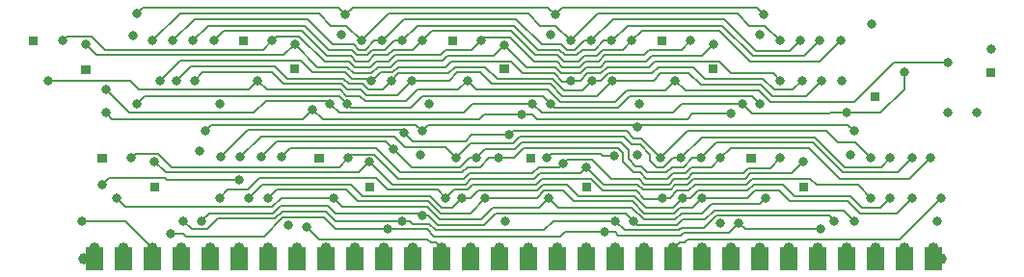
<source format=gbr>
%FSLAX34Y34*%
%MOMM*%
%LNCOPPER_BOTTOM*%
G71*
G01*
%ADD10C,1.000*%
%ADD11R,1.600X2.000*%
%ADD12C,0.800*%
%ADD13C,0.200*%
%LPD*%
X107553Y768350D02*
G54D10*
D03*
X82153Y768350D02*
G54D10*
D03*
X132953Y768350D02*
G54D10*
D03*
X158353Y768350D02*
G54D10*
D03*
X183753Y768350D02*
G54D10*
D03*
X209153Y768350D02*
G54D10*
D03*
X234553Y768350D02*
G54D10*
D03*
X259953Y768350D02*
G54D10*
D03*
X310753Y768350D02*
G54D10*
D03*
X285353Y768350D02*
G54D10*
D03*
X336153Y768350D02*
G54D10*
D03*
X361553Y768350D02*
G54D10*
D03*
X386953Y768350D02*
G54D10*
D03*
X412353Y768350D02*
G54D10*
D03*
X437753Y768350D02*
G54D10*
D03*
X463153Y768350D02*
G54D10*
D03*
X488553Y768350D02*
G54D10*
D03*
X513953Y768350D02*
G54D10*
D03*
X539353Y768350D02*
G54D10*
D03*
X564753Y768350D02*
G54D10*
D03*
X590153Y768350D02*
G54D10*
D03*
X615553Y768350D02*
G54D10*
D03*
X640953Y768350D02*
G54D10*
D03*
X691753Y768350D02*
G54D10*
D03*
X666353Y768350D02*
G54D10*
D03*
X717153Y768350D02*
G54D10*
D03*
X742553Y768350D02*
G54D10*
D03*
X767953Y768350D02*
G54D10*
D03*
X793353Y768350D02*
G54D10*
D03*
X818753Y768350D02*
G54D10*
D03*
X72628Y758825D02*
G54D10*
D03*
X825103Y758825D02*
G54D10*
D03*
X107553Y758825D02*
G54D11*
D03*
X107553Y768350D02*
G54D10*
D03*
X82153Y758825D02*
G54D11*
D03*
X82153Y768350D02*
G54D10*
D03*
X132953Y758825D02*
G54D11*
D03*
X132953Y768350D02*
G54D10*
D03*
X158353Y758825D02*
G54D11*
D03*
X158353Y768350D02*
G54D10*
D03*
X183753Y758825D02*
G54D11*
D03*
X183753Y768350D02*
G54D10*
D03*
X209153Y758825D02*
G54D11*
D03*
X209153Y768350D02*
G54D10*
D03*
X234553Y758825D02*
G54D11*
D03*
X234553Y768350D02*
G54D10*
D03*
X259953Y758825D02*
G54D11*
D03*
X259953Y768350D02*
G54D10*
D03*
X310753Y758825D02*
G54D11*
D03*
X310753Y768350D02*
G54D10*
D03*
X285353Y758825D02*
G54D11*
D03*
X285353Y768350D02*
G54D10*
D03*
X336153Y758825D02*
G54D11*
D03*
X336153Y768350D02*
G54D10*
D03*
X361553Y758825D02*
G54D11*
D03*
X361553Y768350D02*
G54D10*
D03*
X386953Y758825D02*
G54D11*
D03*
X386953Y768350D02*
G54D10*
D03*
X412353Y758825D02*
G54D11*
D03*
X412353Y768350D02*
G54D10*
D03*
X437753Y758825D02*
G54D11*
D03*
X437753Y768350D02*
G54D10*
D03*
X463153Y758825D02*
G54D11*
D03*
X463153Y768350D02*
G54D10*
D03*
X488553Y758825D02*
G54D11*
D03*
X488553Y768350D02*
G54D10*
D03*
X513953Y758825D02*
G54D11*
D03*
X513953Y768350D02*
G54D10*
D03*
X539353Y758825D02*
G54D11*
D03*
X539353Y768350D02*
G54D10*
D03*
X564753Y758825D02*
G54D11*
D03*
X564753Y768350D02*
G54D10*
D03*
X590153Y758825D02*
G54D11*
D03*
X590153Y768350D02*
G54D10*
D03*
X615553Y758825D02*
G54D11*
D03*
X615553Y768350D02*
G54D10*
D03*
X640953Y758825D02*
G54D11*
D03*
X640953Y768350D02*
G54D10*
D03*
X691753Y758825D02*
G54D11*
D03*
X691753Y768350D02*
G54D10*
D03*
X666353Y758825D02*
G54D11*
D03*
X666353Y768350D02*
G54D10*
D03*
X717153Y758825D02*
G54D11*
D03*
X717153Y768350D02*
G54D10*
D03*
X742553Y758825D02*
G54D11*
D03*
X742553Y768350D02*
G54D10*
D03*
X767953Y758825D02*
G54D11*
D03*
X767953Y768350D02*
G54D10*
D03*
X793353Y758825D02*
G54D11*
D03*
X793353Y768350D02*
G54D10*
D03*
X818753Y758825D02*
G54D11*
D03*
X818753Y768350D02*
G54D10*
D03*
X72628Y758825D02*
G54D10*
D03*
X825103Y758825D02*
G54D10*
D03*
X53975Y950912D02*
G54D12*
D03*
G36*
X24575Y954912D02*
X32575Y954912D01*
X32575Y946912D01*
X24575Y946912D01*
X24575Y954912D01*
G37*
X41275Y915988D02*
G54D12*
D03*
X74612Y947738D02*
G54D12*
D03*
G36*
X70612Y929512D02*
X78612Y929512D01*
X78612Y921512D01*
X70612Y921512D01*
X70612Y929512D01*
G37*
X92075Y908050D02*
G54D12*
D03*
X92075Y887412D02*
G54D12*
D03*
X119062Y974725D02*
G54D12*
D03*
X115887Y955675D02*
G54D12*
D03*
X133350Y950912D02*
G54D12*
D03*
X150812Y950912D02*
G54D12*
D03*
X168275Y950912D02*
G54D12*
D03*
X187325Y950912D02*
G54D12*
D03*
X169862Y915988D02*
G54D12*
D03*
X153988Y915988D02*
G54D12*
D03*
X139700Y915988D02*
G54D12*
D03*
X119062Y895350D02*
G54D12*
D03*
X179388Y871538D02*
G54D12*
D03*
X174625Y854075D02*
G54D12*
D03*
X134938Y844550D02*
G54D12*
D03*
X114300Y847725D02*
G54D12*
D03*
G36*
X84900Y851725D02*
X92900Y851725D01*
X92900Y843725D01*
X84900Y843725D01*
X84900Y851725D01*
G37*
X88900Y823912D02*
G54D12*
D03*
X101600Y812800D02*
G54D12*
D03*
G36*
X130937Y826325D02*
X138937Y826325D01*
X138937Y818325D01*
X130937Y818325D01*
X130937Y826325D01*
G37*
X149225Y781050D02*
G54D12*
D03*
X160338Y792162D02*
G54D12*
D03*
X176212Y792162D02*
G54D12*
D03*
X192088Y812800D02*
G54D12*
D03*
X217488Y812800D02*
G54D12*
D03*
X234950Y812800D02*
G54D12*
D03*
X209153Y828675D02*
G54D12*
D03*
X192881Y848519D02*
G54D12*
D03*
X210344Y848519D02*
G54D12*
D03*
X228600Y848519D02*
G54D12*
D03*
X246062Y848519D02*
G54D12*
D03*
X225425Y915988D02*
G54D12*
D03*
X273844Y890588D02*
G54D12*
D03*
X288925Y895350D02*
G54D12*
D03*
X304006Y895350D02*
G54D12*
D03*
G36*
X208725Y954912D02*
X216725Y954912D01*
X216725Y946912D01*
X208725Y946912D01*
X208725Y954912D01*
G37*
X238125Y950912D02*
G54D12*
D03*
X257969Y947738D02*
G54D12*
D03*
G36*
X253969Y930306D02*
X261969Y930306D01*
X261969Y922306D01*
X253969Y922306D01*
X253969Y930306D01*
G37*
X302419Y973931D02*
G54D12*
D03*
X299244Y956469D02*
G54D12*
D03*
X316706Y950912D02*
G54D12*
D03*
X334169Y950912D02*
G54D12*
D03*
X352425Y950912D02*
G54D12*
D03*
X369888Y950912D02*
G54D12*
D03*
G36*
X392875Y954912D02*
X400875Y954912D01*
X400875Y946912D01*
X392875Y946912D01*
X392875Y954912D01*
G37*
X421481Y950912D02*
G54D12*
D03*
X442119Y946944D02*
G54D12*
D03*
G36*
X438119Y930306D02*
X446119Y930306D01*
X446119Y922306D01*
X438119Y922306D01*
X438119Y930306D01*
G37*
X500062Y950912D02*
G54D12*
D03*
X518319Y950912D02*
G54D12*
D03*
X535781Y950912D02*
G54D12*
D03*
X554038Y950912D02*
G54D12*
D03*
X486569Y973931D02*
G54D12*
D03*
X482600Y956469D02*
G54D12*
D03*
G36*
X576231Y954912D02*
X584231Y954912D01*
X584231Y946912D01*
X576231Y946912D01*
X576231Y954912D01*
G37*
X605631Y950912D02*
G54D12*
D03*
X625475Y947738D02*
G54D12*
D03*
G36*
X621475Y930306D02*
X629475Y930306D01*
X629475Y922306D01*
X621475Y922306D01*
X621475Y930306D01*
G37*
X684212Y950912D02*
G54D12*
D03*
X701675Y950912D02*
G54D12*
D03*
X719138Y950912D02*
G54D12*
D03*
X737394Y950912D02*
G54D12*
D03*
X669925Y973931D02*
G54D12*
D03*
X665956Y956469D02*
G54D12*
D03*
X764381Y965994D02*
G54D12*
D03*
G36*
X763556Y905700D02*
X771556Y905700D01*
X771556Y897700D01*
X763556Y897700D01*
X763556Y905700D01*
G37*
X831056Y931862D02*
G54D12*
D03*
X831850Y888206D02*
G54D12*
D03*
X856456Y888206D02*
G54D12*
D03*
X869156Y943769D02*
G54D12*
D03*
G36*
X865156Y927131D02*
X873156Y927131D01*
X873156Y919131D01*
X865156Y919131D01*
X865156Y927131D01*
G37*
X792956Y923131D02*
G54D12*
D03*
X738187Y915987D02*
G54D12*
D03*
X720725Y915988D02*
G54D12*
D03*
X703262Y915988D02*
G54D12*
D03*
X684212Y915988D02*
G54D12*
D03*
X592138Y915988D02*
G54D12*
D03*
X536575Y915988D02*
G54D12*
D03*
X519112Y915988D02*
G54D12*
D03*
X500062Y915988D02*
G54D12*
D03*
X409575Y915988D02*
G54D12*
D03*
X360362Y915988D02*
G54D12*
D03*
X342900Y915988D02*
G54D12*
D03*
X325438Y915988D02*
G54D12*
D03*
X666750Y895350D02*
G54D12*
D03*
X650875Y895350D02*
G54D12*
D03*
X482600Y895350D02*
G54D12*
D03*
X466725Y895350D02*
G54D12*
D03*
X457200Y885825D02*
G54D12*
D03*
X640556Y886619D02*
G54D12*
D03*
X742950Y887412D02*
G54D12*
D03*
X558800Y874712D02*
G54D12*
D03*
X579438Y847725D02*
G54D12*
D03*
X596900Y847725D02*
G54D12*
D03*
X614362Y847725D02*
G54D12*
D03*
X479425Y847725D02*
G54D12*
D03*
G36*
X461137Y851725D02*
X469137Y851725D01*
X469137Y843725D01*
X461137Y843725D01*
X461137Y851725D01*
G37*
X493712Y842962D02*
G54D12*
D03*
X538162Y849312D02*
G54D12*
D03*
X558800Y850900D02*
G54D12*
D03*
X514350Y839788D02*
G54D12*
D03*
G36*
X510350Y826325D02*
X518350Y826325D01*
X518350Y818325D01*
X510350Y818325D01*
X510350Y826325D01*
G37*
X631825Y847725D02*
G54D12*
D03*
G36*
X654812Y851725D02*
X662812Y851725D01*
X662812Y843725D01*
X654812Y843725D01*
X654812Y851725D01*
G37*
X684212Y847725D02*
G54D12*
D03*
X763588Y847725D02*
G54D12*
D03*
X781050Y847725D02*
G54D12*
D03*
X800100Y847725D02*
G54D12*
D03*
X815975Y847725D02*
G54D12*
D03*
X800100Y812800D02*
G54D12*
D03*
X781050Y812800D02*
G54D12*
D03*
X763588Y812800D02*
G54D12*
D03*
X749300Y871538D02*
G54D12*
D03*
X746125Y850900D02*
G54D12*
D03*
X704850Y844550D02*
G54D12*
D03*
G36*
X700850Y826325D02*
X708850Y826325D01*
X708850Y818325D01*
X700850Y818325D01*
X700850Y826325D01*
G37*
X825500Y812800D02*
G54D12*
D03*
X822325Y792162D02*
G54D12*
D03*
X749300Y792162D02*
G54D12*
D03*
X731838Y792162D02*
G54D12*
D03*
X719931Y785019D02*
G54D12*
D03*
X671512Y812800D02*
G54D12*
D03*
X647700Y790575D02*
G54D12*
D03*
X631825Y790575D02*
G54D12*
D03*
X615950Y812800D02*
G54D12*
D03*
X598488Y812800D02*
G54D12*
D03*
X581025Y812800D02*
G54D12*
D03*
X481012Y812800D02*
G54D12*
D03*
X555625Y792162D02*
G54D12*
D03*
X539750Y792162D02*
G54D12*
D03*
X530225Y782638D02*
G54D12*
D03*
X446088Y868362D02*
G54D12*
D03*
X442912Y792162D02*
G54D12*
D03*
X425450Y812800D02*
G54D12*
D03*
X404812Y812800D02*
G54D12*
D03*
X390525Y812800D02*
G54D12*
D03*
X292100Y812800D02*
G54D12*
D03*
G36*
X275400Y851725D02*
X283400Y851725D01*
X283400Y843725D01*
X275400Y843725D01*
X275400Y851725D01*
G37*
X304800Y847725D02*
G54D12*
D03*
X323850Y844550D02*
G54D12*
D03*
G36*
X319850Y826325D02*
X327850Y826325D01*
X327850Y818325D01*
X319850Y818325D01*
X319850Y826325D01*
G37*
X344488Y855662D02*
G54D12*
D03*
X354012Y869950D02*
G54D12*
D03*
X369888Y871538D02*
G54D12*
D03*
X368300Y850900D02*
G54D12*
D03*
X339725Y785019D02*
G54D12*
D03*
X352425Y792162D02*
G54D12*
D03*
X369888Y796925D02*
G54D12*
D03*
X400050Y847725D02*
G54D12*
D03*
X417512Y847725D02*
G54D12*
D03*
X436562Y847725D02*
G54D12*
D03*
X376237Y895350D02*
G54D12*
D03*
X192087Y895350D02*
G54D12*
D03*
X252412Y788988D02*
G54D12*
D03*
X268288Y787400D02*
G54D12*
D03*
X560387Y895350D02*
G54D12*
D03*
X71438Y792162D02*
G54D12*
D03*
G54D13*
X825500Y812800D02*
X788988Y776288D01*
X602456Y776288D01*
X600075Y773906D01*
X595709Y773906D01*
X590153Y768350D01*
G54D13*
X268288Y787400D02*
X279400Y776288D01*
X374650Y776288D01*
X377825Y773112D01*
X382191Y773112D01*
X386953Y768350D01*
G54D13*
X71438Y792162D02*
X109141Y792162D01*
X132953Y768350D01*
G54D13*
X149225Y781050D02*
X160338Y781050D01*
X162719Y778669D01*
X230981Y778669D01*
X247650Y795338D01*
X283369Y795338D01*
X293688Y785019D01*
X339725Y785019D01*
X373856Y785019D01*
X380206Y778669D01*
X491331Y778669D01*
X495300Y782638D01*
X530225Y782638D01*
X538956Y782638D01*
X542131Y779462D01*
X596900Y779462D01*
X599281Y781844D01*
X638969Y781844D01*
X647700Y790575D01*
X653256Y785019D01*
X719931Y785019D01*
G54D13*
X160338Y792162D02*
X167481Y785019D01*
X180975Y785019D01*
X190500Y794544D01*
X240506Y794544D01*
X246856Y800894D01*
X284956Y800894D01*
X293688Y792162D01*
X352425Y792162D01*
X358775Y792162D01*
X361156Y789781D01*
X376238Y789781D01*
X381794Y784225D01*
X477044Y784225D01*
X484981Y792162D01*
X539750Y792162D01*
X547688Y784225D01*
X595312Y784225D01*
X597694Y786606D01*
X617538Y786606D01*
X627856Y796925D01*
X727075Y796925D01*
X731838Y792162D01*
G54D13*
X176212Y792162D02*
X176212Y792956D01*
X182562Y799306D01*
X238919Y799306D01*
X245269Y805656D01*
X287338Y805656D01*
X293688Y799306D01*
X367506Y799306D01*
X369888Y796925D01*
X375444Y796925D01*
X383381Y788988D01*
X423862Y788988D01*
X434181Y799306D01*
X548481Y799306D01*
X555625Y792162D01*
X558800Y788988D01*
X593725Y788988D01*
X598488Y793750D01*
X618331Y793750D01*
X626269Y801688D01*
X739775Y801688D01*
X749300Y792162D01*
G54D13*
X101600Y812800D02*
X109538Y804862D01*
X238125Y804862D01*
X246062Y812800D01*
X292100Y812800D01*
X300038Y804862D01*
X373856Y804862D01*
X384969Y793750D01*
X421481Y793750D01*
X431800Y804069D01*
X472281Y804069D01*
X481012Y812800D01*
X489744Y804069D01*
X554038Y804069D01*
X564356Y793750D01*
X592138Y793750D01*
X597694Y799306D01*
X615950Y799306D01*
X623888Y807244D01*
X665956Y807244D01*
X671512Y812800D01*
G54D13*
X234950Y812800D02*
X242094Y819944D01*
X303212Y819944D01*
X313531Y809625D01*
X375444Y809625D01*
X385762Y799306D01*
X411956Y799306D01*
X425450Y812800D01*
X470694Y812800D01*
X477044Y819150D01*
X493712Y819150D01*
X503238Y809625D01*
X554831Y809625D01*
X565150Y799306D01*
X591344Y799306D01*
X596106Y804069D01*
X607219Y804069D01*
X615950Y812800D01*
X655638Y812800D01*
X661988Y819150D01*
X683419Y819150D01*
X692944Y809625D01*
X743744Y809625D01*
X754062Y799306D01*
X786606Y799306D01*
X800100Y812800D01*
G54D13*
X217488Y812800D02*
X229394Y824706D01*
X307181Y824706D01*
X317500Y814388D01*
X377031Y814388D01*
X387350Y804069D01*
X396081Y804069D01*
X404812Y812800D01*
X412750Y812800D01*
X419100Y819150D01*
X470694Y819150D01*
X476250Y824706D01*
X496888Y824706D01*
X507206Y814388D01*
X556419Y814388D01*
X566738Y804069D01*
X589756Y804069D01*
X598488Y812800D01*
X605631Y812800D01*
X611981Y819150D01*
X655638Y819150D01*
X661194Y824706D01*
X686594Y824706D01*
X696912Y814388D01*
X746125Y814388D01*
X756444Y804069D01*
X772319Y804069D01*
X781050Y812800D01*
G54D13*
X192088Y812800D02*
X199231Y819944D01*
X216694Y819944D01*
X227012Y830262D01*
X329406Y830262D01*
X339725Y819944D01*
X383381Y819944D01*
X390525Y812800D01*
G54D13*
X390525Y812800D02*
X397669Y819944D01*
X409575Y819944D01*
X414338Y824706D01*
X469900Y824706D01*
X474662Y829469D01*
X518319Y829469D01*
X528638Y819150D01*
X558006Y819150D01*
X565150Y812006D01*
X580231Y812006D01*
X581025Y812800D01*
G54D13*
X581025Y812800D02*
X587375Y812800D01*
X593725Y819150D01*
X604044Y819150D01*
X609600Y824706D01*
X654844Y824706D01*
X659606Y829469D01*
X710406Y829469D01*
X715962Y823912D01*
X752475Y823912D01*
X763588Y812800D01*
G54D13*
X209153Y828675D02*
X145256Y828675D01*
X143669Y830262D01*
X95250Y830262D01*
X88900Y823912D01*
G54D13*
X134938Y844550D02*
X144462Y835025D01*
X314325Y835025D01*
X323850Y844550D01*
X343694Y824706D01*
X407988Y824706D01*
X412750Y829469D01*
X468312Y829469D01*
X473075Y834231D01*
X508794Y834231D01*
X514350Y839788D01*
X529431Y824706D01*
X558800Y824706D01*
X563562Y819944D01*
X588169Y819944D01*
X592138Y823912D01*
X602456Y823912D01*
X608012Y829469D01*
X653256Y829469D01*
X658019Y834231D01*
X694531Y834231D01*
X704850Y844550D01*
G54D13*
X114300Y847725D02*
X118269Y851694D01*
X138112Y851694D01*
X150019Y839788D01*
X296862Y839788D01*
X304800Y847725D01*
X307975Y850900D01*
X327819Y850900D01*
X349250Y829469D01*
X406400Y829469D01*
X411162Y834231D01*
X466725Y834231D01*
X472281Y839788D01*
X490538Y839788D01*
X493712Y842962D01*
X496888Y846138D01*
X519112Y846138D01*
X535781Y829469D01*
X560388Y829469D01*
X565150Y824706D01*
X586581Y824706D01*
X591344Y829469D01*
X602456Y829469D01*
X607219Y834231D01*
X651669Y834231D01*
X656431Y838994D01*
X675481Y838994D01*
X684212Y847725D01*
G54D13*
X246062Y848519D02*
X254000Y856456D01*
X329406Y856456D01*
X350838Y835025D01*
X404812Y835025D01*
X409575Y839788D01*
X420688Y839788D01*
X428625Y847725D01*
X436562Y847725D01*
X450056Y847725D01*
X458788Y856456D01*
X542131Y856456D01*
X546100Y852488D01*
X546100Y844550D01*
X555625Y835025D01*
X561181Y835025D01*
X566738Y829469D01*
X584994Y829469D01*
X589756Y834231D01*
X600869Y834231D01*
X606425Y839788D01*
X623888Y839788D01*
X631825Y847725D01*
X640556Y856456D01*
X709612Y856456D01*
X736600Y829469D01*
X797719Y829469D01*
X815975Y847725D01*
G54D13*
X538162Y849312D02*
X528638Y849312D01*
X526256Y851694D01*
X483394Y851694D01*
X479425Y847725D01*
G54D13*
X228600Y848519D02*
X242094Y862012D01*
X338138Y862012D01*
X344488Y855662D01*
X360362Y839788D01*
X403225Y839788D01*
X411162Y847725D01*
X417512Y847725D01*
X425450Y855662D01*
X451644Y855662D01*
X457200Y861219D01*
X544512Y861219D01*
X550862Y854869D01*
X550862Y846931D01*
X557212Y840581D01*
X561975Y840581D01*
X567531Y835025D01*
X584200Y835025D01*
X588962Y839788D01*
X599281Y839788D01*
X607219Y847725D01*
X614362Y847725D01*
X627856Y861219D01*
X712788Y861219D01*
X738981Y835025D01*
X787400Y835025D01*
X800100Y847725D01*
G54D13*
X210344Y848519D02*
X228600Y866775D01*
X345281Y866775D01*
X354806Y857250D01*
X390525Y857250D01*
X400050Y847725D01*
X412750Y860425D01*
X449262Y860425D01*
X455612Y866775D01*
X546894Y866775D01*
X554038Y859631D01*
X561181Y859631D01*
X569912Y850900D01*
X569912Y845344D01*
X575469Y839788D01*
X581819Y839788D01*
X589756Y847725D01*
X596900Y847725D01*
X615156Y865981D01*
X714375Y865981D01*
X740569Y839788D01*
X773112Y839788D01*
X781050Y847725D01*
G54D13*
X192881Y848519D02*
X216694Y872331D01*
X351631Y872331D01*
X354012Y869950D01*
X361156Y862806D01*
X407988Y862806D01*
X413544Y868362D01*
X446088Y868362D01*
X449262Y871538D01*
X549275Y871538D01*
X555625Y865188D01*
X561975Y865188D01*
X579438Y847725D01*
X603250Y871538D01*
X724694Y871538D01*
X735012Y861219D01*
X750094Y861219D01*
X763588Y847725D01*
G54D13*
X179388Y871538D02*
X184944Y877094D01*
X364331Y877094D01*
X369888Y871538D01*
X375444Y877094D01*
X556419Y877094D01*
X558800Y874712D01*
X559594Y874712D01*
X561975Y877094D01*
X743744Y877094D01*
X749300Y871538D01*
G54D13*
X92075Y887412D02*
X97631Y881856D01*
X265112Y881856D01*
X273844Y890588D01*
X282575Y881856D01*
X419894Y881856D01*
X423862Y885825D01*
X457200Y885825D01*
X466725Y885825D01*
X470694Y881856D01*
X602456Y881856D01*
X607219Y886619D01*
X640556Y886619D01*
G54D13*
X92075Y908050D02*
X112712Y887412D01*
X222250Y887412D01*
X232569Y897731D01*
X286544Y897731D01*
X288925Y895350D01*
X296862Y887412D01*
X406400Y887412D01*
X414338Y895350D01*
X466725Y895350D01*
X474662Y887412D01*
X589756Y887412D01*
X597694Y895350D01*
X650875Y895350D01*
X659606Y886619D01*
X727075Y886619D01*
X727869Y887412D01*
X742950Y887412D01*
X772319Y887412D01*
X792956Y908050D01*
X792956Y923131D01*
G54D13*
X119062Y895350D02*
X126206Y902494D01*
X296862Y902494D01*
X304006Y895350D01*
X307181Y892175D01*
X359569Y892175D01*
X369888Y902494D01*
X475456Y902494D01*
X482600Y895350D01*
X485775Y892175D01*
X542131Y892175D01*
X552450Y902494D01*
X659606Y902494D01*
X666750Y895350D01*
G54D13*
X41275Y915988D02*
X113506Y915988D01*
X121444Y908050D01*
X217488Y908050D01*
X225425Y915988D01*
X233362Y908050D01*
X297656Y908050D01*
X303212Y902494D01*
X315119Y902494D01*
X319881Y897731D01*
X355600Y897731D01*
X365919Y908050D01*
X401638Y908050D01*
X409575Y915988D01*
X417512Y908050D01*
X480219Y908050D01*
X491331Y896938D01*
X538956Y896938D01*
X549275Y907256D01*
X583406Y907256D01*
X592138Y915988D01*
X600869Y907256D01*
X665162Y907256D01*
X675481Y896938D01*
X749300Y896938D01*
X784225Y931862D01*
X831056Y931862D01*
G54D13*
X169862Y915988D02*
X177006Y923131D01*
X238125Y923131D01*
X248444Y912812D01*
X299244Y912812D01*
X304006Y908050D01*
X315912Y908050D01*
X320675Y903288D01*
X347662Y903288D01*
X360362Y915988D01*
X393700Y915988D01*
X400844Y923131D01*
X420688Y923131D01*
X431006Y912812D01*
X482600Y912812D01*
X492919Y902494D01*
X523081Y902494D01*
X536575Y915988D01*
X573088Y915988D01*
X579438Y922338D01*
X604044Y922338D01*
X614362Y912019D01*
X667544Y912019D01*
X677069Y902494D01*
X707231Y902494D01*
X720725Y915988D01*
G54D13*
X153988Y915988D02*
X166688Y928688D01*
X240506Y928688D01*
X251619Y917575D01*
X300831Y917575D01*
X305594Y912812D01*
X317500Y912812D01*
X322262Y908050D01*
X334962Y908050D01*
X342900Y915988D01*
X349250Y922338D01*
X392906Y922338D01*
X398462Y927894D01*
X425450Y927894D01*
X435769Y917575D01*
X484188Y917575D01*
X494506Y907256D01*
X510381Y907256D01*
X519112Y915988D01*
X527050Y915988D01*
X533400Y922338D01*
X571500Y922338D01*
X577056Y927894D01*
X608012Y927894D01*
X618331Y917575D01*
X669131Y917575D01*
X678656Y908050D01*
X695325Y908050D01*
X703262Y915988D01*
G54D13*
X139700Y915988D02*
X157162Y933450D01*
X263525Y933450D01*
X273844Y923131D01*
X302419Y923131D01*
X307975Y917575D01*
X323850Y917575D01*
X325438Y915988D01*
X326231Y915988D01*
X333375Y923131D01*
X343694Y923131D01*
X348456Y927894D01*
X390525Y927894D01*
X395288Y932656D01*
X447675Y932656D01*
X457994Y922338D01*
X485775Y922338D01*
X492919Y915194D01*
X499269Y915194D01*
X500062Y915988D01*
X508794Y915988D01*
X515144Y922338D01*
X527050Y922338D01*
X532606Y927894D01*
X569119Y927894D01*
X573881Y932656D01*
X631031Y932656D01*
X641350Y922338D01*
X677862Y922338D01*
X684212Y915988D01*
G54D13*
X74612Y947738D02*
X84138Y938212D01*
X248444Y938212D01*
X257969Y947738D01*
X277812Y927894D01*
X304006Y927894D01*
X309562Y922338D01*
X325438Y922338D01*
X330994Y927894D01*
X342106Y927894D01*
X347662Y933450D01*
X388144Y933450D01*
X392112Y937419D01*
X432594Y937419D01*
X442119Y946944D01*
X461169Y927894D01*
X486569Y927894D01*
X492125Y922338D01*
X508794Y922338D01*
X514350Y927894D01*
X526256Y927894D01*
X531019Y932656D01*
X566738Y932656D01*
X571500Y937419D01*
X615156Y937419D01*
X625475Y947738D01*
G54D13*
X53975Y950912D02*
X57944Y954881D01*
X79375Y954881D01*
X91281Y942975D01*
X230188Y942975D01*
X238125Y950912D01*
X242094Y954881D01*
X261938Y954881D01*
X284162Y932656D01*
X305594Y932656D01*
X310356Y927894D01*
X324644Y927894D01*
X329406Y932656D01*
X340519Y932656D01*
X346075Y938212D01*
X385762Y938212D01*
X390525Y942975D01*
X413544Y942975D01*
X421481Y950912D01*
X424656Y954088D01*
X446881Y954088D01*
X468312Y932656D01*
X488156Y932656D01*
X492919Y927894D01*
X508000Y927894D01*
X512762Y932656D01*
X524669Y932656D01*
X530225Y938212D01*
X564356Y938212D01*
X569119Y942975D01*
X597694Y942975D01*
X605631Y950912D01*
G54D13*
X187325Y950912D02*
X187325Y951706D01*
X195262Y959644D01*
X264319Y959644D01*
X286544Y937419D01*
X307181Y937419D01*
X311944Y932656D01*
X322262Y932656D01*
X327819Y938212D01*
X339725Y938212D01*
X344488Y942975D01*
X361950Y942975D01*
X369888Y950912D01*
X378619Y959644D01*
X447675Y959644D01*
X469106Y938212D01*
X488950Y938212D01*
X494506Y932656D01*
X507206Y932656D01*
X511969Y937419D01*
X523081Y937419D01*
X528638Y942975D01*
X546100Y942975D01*
X554038Y950912D01*
X562769Y959644D01*
X631031Y959644D01*
X658019Y932656D01*
X719138Y932656D01*
X737394Y950912D01*
G54D13*
X168275Y950912D02*
X181769Y964406D01*
X266700Y964406D01*
X288131Y942975D01*
X307975Y942975D01*
X312738Y938212D01*
X321469Y938212D01*
X326231Y942975D01*
X337344Y942975D01*
X345281Y950912D01*
X352425Y950912D01*
X365919Y964406D01*
X450056Y964406D01*
X471488Y942975D01*
X490538Y942975D01*
X495300Y938212D01*
X505619Y938212D01*
X510381Y942975D01*
X521494Y942975D01*
X529431Y950912D01*
X535781Y950912D01*
X536575Y950912D01*
X550069Y964406D01*
X633412Y964406D01*
X660400Y937419D01*
X705644Y937419D01*
X719138Y950912D01*
G54D13*
X150812Y950912D02*
X169862Y969962D01*
X269081Y969962D01*
X291306Y947738D01*
X309562Y947738D01*
X314325Y942975D01*
X319881Y942975D01*
X327819Y950912D01*
X334169Y950912D01*
X334962Y950912D01*
X354012Y969962D01*
X452438Y969962D01*
X474662Y947738D01*
X492125Y947738D01*
X496888Y942975D01*
X504031Y942975D01*
X511969Y950912D01*
X518319Y950912D01*
X537369Y969962D01*
X635000Y969962D01*
X662781Y942181D01*
X692944Y942181D01*
X701675Y950912D01*
G54D13*
X133350Y950912D02*
X157162Y974725D01*
X279400Y974725D01*
X289719Y964406D01*
X303212Y964406D01*
X316706Y950912D01*
X340519Y974725D01*
X462756Y974725D01*
X473075Y964406D01*
X486569Y964406D01*
X500062Y950912D01*
X523875Y974725D01*
X646906Y974725D01*
X657225Y964406D01*
X670719Y964406D01*
X684212Y950912D01*
G54D13*
X119062Y974725D02*
X124619Y980281D01*
X296069Y980281D01*
X302419Y973931D01*
X308769Y980281D01*
X480219Y980281D01*
X486569Y973931D01*
X492919Y980281D01*
X663575Y980281D01*
X669925Y973931D01*
M02*

</source>
